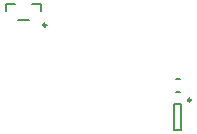
<source format=gbr>
G04*
G04 #@! TF.GenerationSoftware,Altium Limited,Altium Designer,24.2.2 (26)*
G04*
G04 Layer_Color=32896*
%FSLAX44Y44*%
%MOMM*%
G71*
G04*
G04 #@! TF.SameCoordinates,D4777117-7EC2-4350-9FDB-5EFC8E967FA0*
G04*
G04*
G04 #@! TF.FilePolarity,Positive*
G04*
G01*
G75*
%ADD13C,0.2500*%
%ADD14C,0.2000*%
%ADD16C,0.1500*%
D13*
X373450Y302290D02*
G03*
X373450Y302290I-1250J0D01*
G01*
X251050Y365760D02*
G03*
X251050Y365760I-1250J0D01*
G01*
D14*
X361080Y320460D02*
X364080D01*
X361080Y309460D02*
X364080D01*
X358950Y299290D02*
X358950Y277290D01*
X364950D02*
Y299290D01*
X358950Y277290D02*
X364950D01*
X358950Y299290D02*
X364950D01*
X216800Y383760D02*
X224800D01*
X246800Y377760D02*
Y383760D01*
X238800D02*
X246800D01*
X216800Y377760D02*
Y383760D01*
D16*
X227066Y369760D02*
X236534D01*
M02*

</source>
